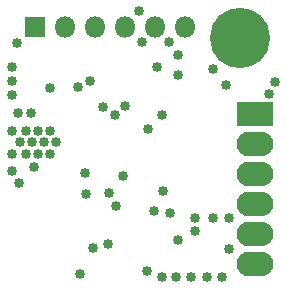
<source format=gbr>
%TF.GenerationSoftware,KiCad,Pcbnew,(5.1.6)-1*%
%TF.CreationDate,2021-08-06T10:58:56-04:00*%
%TF.ProjectId,RemoteTemp - MSP430 - RS422,52656d6f-7465-4546-956d-70202d204d53,rev?*%
%TF.SameCoordinates,Original*%
%TF.FileFunction,Soldermask,Bot*%
%TF.FilePolarity,Negative*%
%FSLAX46Y46*%
G04 Gerber Fmt 4.6, Leading zero omitted, Abs format (unit mm)*
G04 Created by KiCad (PCBNEW (5.1.6)-1) date 2021-08-06 10:58:56*
%MOMM*%
%LPD*%
G01*
G04 APERTURE LIST*
%ADD10C,5.100000*%
%ADD11R,3.100000X2.100000*%
%ADD12O,3.100000X2.100000*%
%ADD13R,1.800000X1.800000*%
%ADD14O,1.800000X1.800000*%
%ADD15C,0.850000*%
G04 APERTURE END LIST*
D10*
%TO.C,H1*%
X152000000Y-86000000D03*
%TD*%
D11*
%TO.C,J1*%
X153300000Y-92400000D03*
D12*
X153300000Y-94940000D03*
X153300000Y-97480000D03*
X153300000Y-100020000D03*
X153300000Y-102560000D03*
X153300000Y-105100000D03*
%TD*%
D13*
%TO.C,J2*%
X134620000Y-85000000D03*
D14*
X137160000Y-85000000D03*
X139700000Y-85000000D03*
X142240000Y-85000000D03*
X144780000Y-85000000D03*
X147320000Y-85000000D03*
%TD*%
D15*
X138950000Y-99200000D03*
X139550000Y-103749996D03*
X134600000Y-96900000D03*
X139300000Y-89600000D03*
X143700000Y-86300000D03*
X150800000Y-89900000D03*
X149700000Y-88600000D03*
X145500000Y-98900000D03*
X140900000Y-99100000D03*
X141500000Y-100200000D03*
X138500000Y-105900000D03*
X133300000Y-98200000D03*
X151100000Y-101200000D03*
X151100000Y-103800000D03*
X149700000Y-101200000D03*
X148200000Y-101200000D03*
X144700000Y-100600000D03*
X146100000Y-100800000D03*
X146800000Y-103100000D03*
X148200000Y-102300000D03*
X144100000Y-105700000D03*
X146000000Y-86300000D03*
X136400000Y-94800000D03*
X135400000Y-94800000D03*
X134400000Y-94800000D03*
X133400000Y-94800000D03*
X132700000Y-93800000D03*
X133900000Y-93800000D03*
X134900000Y-93800000D03*
X135900000Y-93800000D03*
X133900000Y-95800000D03*
X134900000Y-95800000D03*
X135900000Y-95800000D03*
X132700000Y-95800000D03*
X132700000Y-97200000D03*
X134300000Y-92300000D03*
X133200000Y-92300000D03*
X132700000Y-90800000D03*
X132700000Y-89600000D03*
X132700000Y-88400000D03*
X145400000Y-106200000D03*
X146600000Y-106200000D03*
X147900000Y-106200000D03*
X149200000Y-106200000D03*
X150500000Y-106200000D03*
X142300000Y-91700000D03*
X141400000Y-92500000D03*
X140400000Y-91800002D03*
X154500000Y-90700000D03*
X155000000Y-89700008D03*
X140800000Y-103400000D03*
X133100000Y-86400000D03*
X138900000Y-97400000D03*
X142125000Y-97600000D03*
X143500000Y-83700000D03*
X145000000Y-88400000D03*
X135900000Y-90200000D03*
X138300000Y-90100000D03*
X146800000Y-87400000D03*
X146800000Y-89100000D03*
X144200000Y-93700000D03*
X145399997Y-92500005D03*
M02*

</source>
